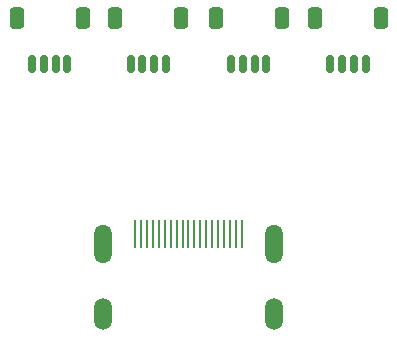
<source format=gbr>
%TF.GenerationSoftware,KiCad,Pcbnew,(6.0.5)*%
%TF.CreationDate,2022-06-07T13:54:39-06:00*%
%TF.ProjectId,21Pin_Fanout,32315069-6e5f-4466-916e-6f75742e6b69,rev?*%
%TF.SameCoordinates,Original*%
%TF.FileFunction,Soldermask,Top*%
%TF.FilePolarity,Negative*%
%FSLAX46Y46*%
G04 Gerber Fmt 4.6, Leading zero omitted, Abs format (unit mm)*
G04 Created by KiCad (PCBNEW (6.0.5)) date 2022-06-07 13:54:39*
%MOMM*%
%LPD*%
G01*
G04 APERTURE LIST*
G04 Aperture macros list*
%AMRoundRect*
0 Rectangle with rounded corners*
0 $1 Rounding radius*
0 $2 $3 $4 $5 $6 $7 $8 $9 X,Y pos of 4 corners*
0 Add a 4 corners polygon primitive as box body*
4,1,4,$2,$3,$4,$5,$6,$7,$8,$9,$2,$3,0*
0 Add four circle primitives for the rounded corners*
1,1,$1+$1,$2,$3*
1,1,$1+$1,$4,$5*
1,1,$1+$1,$6,$7*
1,1,$1+$1,$8,$9*
0 Add four rect primitives between the rounded corners*
20,1,$1+$1,$2,$3,$4,$5,0*
20,1,$1+$1,$4,$5,$6,$7,0*
20,1,$1+$1,$6,$7,$8,$9,0*
20,1,$1+$1,$8,$9,$2,$3,0*%
G04 Aperture macros list end*
%ADD10O,1.500000X3.300000*%
%ADD11O,1.500000X2.700000*%
%ADD12O,0.250000X2.400000*%
%ADD13RoundRect,0.250000X0.350000X0.650000X-0.350000X0.650000X-0.350000X-0.650000X0.350000X-0.650000X0*%
%ADD14RoundRect,0.150000X0.150000X0.625000X-0.150000X0.625000X-0.150000X-0.625000X0.150000X-0.625000X0*%
G04 APERTURE END LIST*
D10*
%TO.C,J1*%
X-7250000Y2564000D03*
X7250000Y2564000D03*
D11*
X-7250000Y-3396000D03*
X7250000Y-3396000D03*
D12*
X-4501000Y3396000D03*
X-4001000Y3396000D03*
X-3501000Y3396000D03*
X-3001000Y3396000D03*
X-2500000Y3396000D03*
X-2000000Y3396000D03*
X-1500000Y3396000D03*
X-1000000Y3396000D03*
X-500000Y3396000D03*
X0Y3396000D03*
X500000Y3396000D03*
X1000000Y3396000D03*
X1500000Y3396000D03*
X2000000Y3396000D03*
X2500000Y3396000D03*
X3001000Y3396000D03*
X3501000Y3396000D03*
X4001000Y3396000D03*
X4501000Y3396000D03*
%TD*%
D13*
%TO.C,J9*%
X-8950000Y21625000D03*
X-14550000Y21625000D03*
D14*
X-13250000Y17750000D03*
X-12250000Y17750000D03*
X-11250000Y17750000D03*
X-10250000Y17750000D03*
%TD*%
D13*
%TO.C,J8*%
X-600000Y21625000D03*
X-6200000Y21625000D03*
D14*
X-4900000Y17750000D03*
X-3900000Y17750000D03*
X-2900000Y17750000D03*
X-1900000Y17750000D03*
%TD*%
D13*
%TO.C,J7*%
X7900000Y21625000D03*
X2300000Y21625000D03*
D14*
X3600000Y17750000D03*
X4600000Y17750000D03*
X5600000Y17750000D03*
X6600000Y17750000D03*
%TD*%
D13*
%TO.C,J6*%
X16300000Y21625000D03*
X10700000Y21625000D03*
D14*
X12000000Y17750000D03*
X13000000Y17750000D03*
X14000000Y17750000D03*
X15000000Y17750000D03*
%TD*%
M02*

</source>
